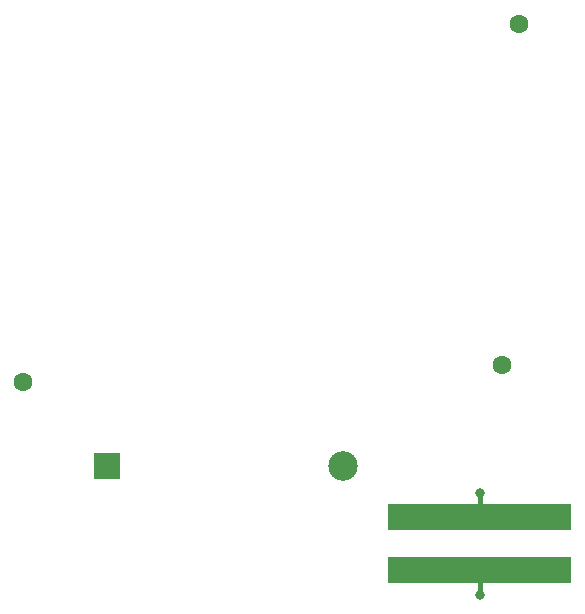
<source format=gbr>
G04 #@! TF.GenerationSoftware,KiCad,Pcbnew,(5.1.5)-3*
G04 #@! TF.CreationDate,2020-05-22T23:58:21-04:00*
G04 #@! TF.ProjectId,Body,426f6479-2e6b-4696-9361-645f70636258,rev?*
G04 #@! TF.SameCoordinates,Original*
G04 #@! TF.FileFunction,Copper,L2,Bot*
G04 #@! TF.FilePolarity,Positive*
%FSLAX46Y46*%
G04 Gerber Fmt 4.6, Leading zero omitted, Abs format (unit mm)*
G04 Created by KiCad (PCBNEW (5.1.5)-3) date 2020-05-22 23:58:21*
%MOMM*%
%LPD*%
G04 APERTURE LIST*
%ADD10C,1.600000*%
%ADD11R,2.170000X2.170000*%
%ADD12C,2.500000*%
%ADD13R,9.000000X2.200000*%
%ADD14C,0.800000*%
%ADD15C,0.400000*%
G04 APERTURE END LIST*
D10*
X83000000Y-119171100D03*
X123535534Y-117706634D03*
X125000000Y-88828950D03*
D11*
X90094000Y-126238000D03*
D12*
X110094000Y-126238000D03*
D13*
X118368000Y-135092000D03*
X124868000Y-135092000D03*
X118368000Y-130592000D03*
X124868000Y-130592000D03*
D14*
X121666000Y-128524000D03*
X121666000Y-137160000D03*
D15*
X121670000Y-130592000D02*
X121670000Y-128528000D01*
X121662000Y-135092000D02*
X121662000Y-137156000D01*
M02*

</source>
